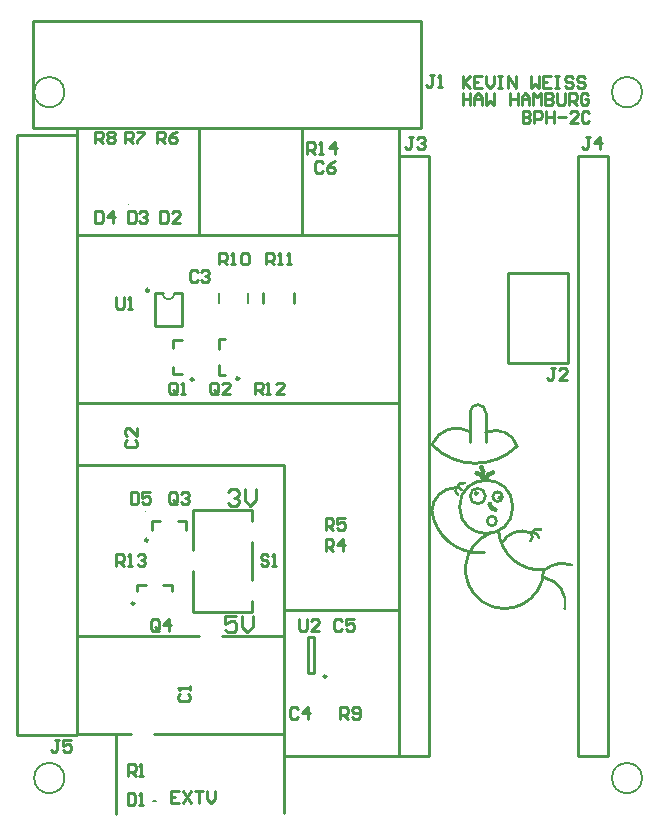
<source format=gto>
G04 Layer_Color=15132400*
%FSLAX25Y25*%
%MOIN*%
G70*
G01*
G75*
%ADD31C,0.01000*%
%ADD39C,0.01500*%
%ADD40C,0.00630*%
%ADD41C,0.00394*%
%ADD42C,0.00984*%
%ADD43C,0.00787*%
%ADD44C,0.00500*%
D31*
X263709Y199916D02*
G03*
X263709Y199916I-1556J0D01*
G01*
X264677Y207816D02*
G03*
X264677Y207816I-224J0D01*
G01*
X265666Y208016D02*
G03*
X265666Y208016I-1612J0D01*
G01*
X257378Y209116D02*
G03*
X257378Y209116I-424J0D01*
G01*
X260009Y208216D02*
G03*
X260009Y208216I-2555J0D01*
G01*
X269127Y204616D02*
G03*
X269127Y204616I-8873J0D01*
G01*
X261713Y195866D02*
G03*
X279398Y183563I4676J-12141D01*
G01*
X288784Y185182D02*
G03*
X279732Y183598I-3118J-8833D01*
G01*
X264370Y196555D02*
G03*
X279732Y183598I14160J1202D01*
G01*
X286516Y170669D02*
G03*
X279724Y181004I-8563J1772D01*
G01*
X242126Y203642D02*
G03*
X259547Y189370I15846J1575D01*
G01*
X250295Y211024D02*
G03*
X242126Y203150I-148J-8022D01*
G01*
X253150Y212500D02*
G03*
X250787Y211516I-689J-1673D01*
G01*
X251969Y210236D02*
G03*
X250295Y211024I-1230J-443D01*
G01*
D02*
G03*
X250787Y208760I1378J-886D01*
G01*
X275197Y195965D02*
G03*
X265503Y192545I-3002J-6939D01*
G01*
X278445Y197047D02*
G03*
X275197Y195965I-1083J-2165D01*
G01*
X277854Y194488D02*
G03*
X275197Y195965I-2067J-591D01*
G01*
X275000Y193307D02*
G03*
X275197Y195965I-1230J1427D01*
G01*
X242323Y225197D02*
G03*
X270571Y224803I14321J13927D01*
G01*
X254781Y229691D02*
G03*
X242323Y225590I-4437J-7496D01*
G01*
X270571Y224803D02*
G03*
X260167Y229374I-7136J-2116D01*
G01*
X260131Y236024D02*
G03*
X254837Y236212I-2650J0D01*
G01*
X147863Y276770D02*
G03*
X147863Y276766I-502J-5D01*
G01*
X196142Y272618D02*
Y275768D01*
X185906Y272618D02*
Y275768D01*
X231102Y295571D02*
Y331004D01*
X124016Y295276D02*
X230709D01*
X198819D02*
Y330709D01*
X259254Y213816D02*
Y216367D01*
X261948Y204321D02*
X262058Y204211D01*
X254823Y226181D02*
Y236220D01*
X260138Y226181D02*
Y236024D01*
X192913Y170276D02*
X231095D01*
X192913Y121437D02*
X231095D01*
X192913D02*
Y170276D01*
X124016Y161417D02*
X164370D01*
X172244D02*
X192913D01*
Y169291D02*
Y218504D01*
X124221D02*
X192913D01*
X149606Y128937D02*
X192913D01*
X124016D02*
X141732D01*
X136811Y102362D02*
Y128937D01*
X124016Y239173D02*
X230709D01*
X164370Y295276D02*
Y330709D01*
X123917Y328642D02*
Y330610D01*
X192876Y102459D02*
Y121357D01*
X241094Y121437D02*
Y321437D01*
X231095Y121437D02*
X241094D01*
X231095D02*
Y321437D01*
X241094D01*
X171288Y248616D02*
X173257D01*
X171288D02*
Y251766D01*
Y260427D02*
X173257D01*
X171288Y257278D02*
Y260427D01*
X155737Y248774D02*
X158946D01*
X155737D02*
Y251372D01*
Y260270D02*
X158946D01*
X155737Y257671D02*
Y260270D01*
X148779Y196791D02*
Y200000D01*
X151378D01*
X160275Y196791D02*
Y200000D01*
X157677D02*
X160275D01*
X162402Y169685D02*
Y182283D01*
Y169685D02*
X182087D01*
Y173228D01*
X162402Y182283D02*
Y183071D01*
Y190157D02*
Y203543D01*
X182087D01*
Y200000D02*
Y203543D01*
Y180315D02*
Y192913D01*
X300957Y121437D02*
Y321437D01*
X290957Y121437D02*
X300957D01*
X290957D02*
Y321437D01*
X300957D01*
X109315Y331008D02*
X238449D01*
X109315Y366441D02*
X238449D01*
X109315Y331008D02*
Y366441D01*
X238449Y331008D02*
Y366441D01*
X103921Y128622D02*
X123921D01*
X103921D02*
Y328622D01*
X123921D01*
Y128622D02*
Y328622D01*
X143701Y176575D02*
Y178543D01*
X146850D01*
X155512Y176575D02*
Y178543D01*
X152362D02*
X155512D01*
X149859Y275770D02*
X152359D01*
X156359D02*
X158859D01*
Y264770D02*
Y275770D01*
X149859Y264770D02*
X158859D01*
X149859D02*
Y275770D01*
X287638Y252657D02*
Y282657D01*
X267638D02*
X287638D01*
X267638Y252657D02*
Y282657D01*
Y252657D02*
X287638D01*
X200825Y149178D02*
Y161383D01*
X202793Y149178D02*
Y161383D01*
X200825D02*
X202793D01*
X200825Y149178D02*
X202793D01*
X186800Y285400D02*
Y289336D01*
X188768D01*
X189424Y288680D01*
Y287368D01*
X188768Y286712D01*
X186800D01*
X188112D02*
X189424Y285400D01*
X190736D02*
X192048D01*
X191392D01*
Y289336D01*
X190736Y288680D01*
X194016Y285400D02*
X195327D01*
X194671D01*
Y289336D01*
X194016Y288680D01*
X117781Y126967D02*
X116469D01*
X117125D01*
Y123688D01*
X116469Y123031D01*
X115813D01*
X115157Y123688D01*
X121717Y126967D02*
X119093D01*
Y124999D01*
X120405Y125655D01*
X121061D01*
X121717Y124999D01*
Y123688D01*
X121061Y123031D01*
X119749D01*
X119093Y123688D01*
X206693Y189961D02*
Y193896D01*
X208661D01*
X209317Y193240D01*
Y191929D01*
X208661Y191272D01*
X206693D01*
X208005D02*
X209317Y189961D01*
X212597D02*
Y193896D01*
X210629Y191929D01*
X213252D01*
X206693Y196850D02*
Y200786D01*
X208661D01*
X209317Y200130D01*
Y198818D01*
X208661Y198162D01*
X206693D01*
X208005D02*
X209317Y196850D01*
X213252Y200786D02*
X210629D01*
Y198818D01*
X211941Y199474D01*
X212597D01*
X213252Y198818D01*
Y197506D01*
X212597Y196850D01*
X211285D01*
X210629Y197506D01*
X200562Y322146D02*
Y326081D01*
X202530D01*
X203186Y325426D01*
Y324113D01*
X202530Y323458D01*
X200562D01*
X201874D02*
X203186Y322146D01*
X204498D02*
X205810D01*
X205154D01*
Y326081D01*
X204498Y325426D01*
X209746Y322146D02*
Y326081D01*
X207778Y324113D01*
X210402D01*
X205970Y319225D02*
X205314Y319881D01*
X204002D01*
X203346Y319225D01*
Y316601D01*
X204002Y315945D01*
X205314D01*
X205970Y316601D01*
X209906Y319881D02*
X208594Y319225D01*
X207282Y317913D01*
Y316601D01*
X207938Y315945D01*
X209250D01*
X209906Y316601D01*
Y317257D01*
X209250Y317913D01*
X207282D01*
X157151Y242782D02*
Y245406D01*
X156495Y246062D01*
X155183D01*
X154528Y245406D01*
Y242782D01*
X155183Y242126D01*
X156495D01*
X155840Y243438D02*
X157151Y242126D01*
X156495D02*
X157151Y242782D01*
X158463Y242126D02*
X159775D01*
X159119D01*
Y246062D01*
X158463Y245406D01*
X170931Y242782D02*
Y245406D01*
X170275Y246062D01*
X168963D01*
X168307Y245406D01*
Y242782D01*
X168963Y242126D01*
X170275D01*
X169619Y243438D02*
X170931Y242126D01*
X170275D02*
X170931Y242782D01*
X174867Y242126D02*
X172243D01*
X174867Y244750D01*
Y245406D01*
X174211Y246062D01*
X172899D01*
X172243Y245406D01*
X157151Y206365D02*
Y208988D01*
X156495Y209644D01*
X155183D01*
X154528Y208988D01*
Y206365D01*
X155183Y205709D01*
X156495D01*
X155840Y207021D02*
X157151Y205709D01*
X156495D02*
X157151Y206365D01*
X158463Y208988D02*
X159119Y209644D01*
X160431D01*
X161087Y208988D01*
Y208332D01*
X160431Y207677D01*
X159775D01*
X160431D01*
X161087Y207021D01*
Y206365D01*
X160431Y205709D01*
X159119D01*
X158463Y206365D01*
X151246Y164042D02*
Y166666D01*
X150590Y167322D01*
X149278D01*
X148622Y166666D01*
Y164042D01*
X149278Y163386D01*
X150590D01*
X149934Y164698D02*
X151246Y163386D01*
X150590D02*
X151246Y164042D01*
X154526Y163386D02*
Y167322D01*
X152558Y165354D01*
X155182D01*
X158138Y142388D02*
X157482Y141732D01*
Y140420D01*
X158138Y139764D01*
X160761D01*
X161417Y140420D01*
Y141732D01*
X160761Y142388D01*
X161417Y143700D02*
Y145011D01*
Y144355D01*
X157482D01*
X158138Y143700D01*
X197506Y137138D02*
X196850Y137794D01*
X195538D01*
X194882Y137138D01*
Y134514D01*
X195538Y133858D01*
X196850D01*
X197506Y134514D01*
X200785Y133858D02*
Y137794D01*
X198818Y135826D01*
X201442D01*
X164041Y282807D02*
X163385Y283463D01*
X162073D01*
X161417Y282807D01*
Y280184D01*
X162073Y279528D01*
X163385D01*
X164041Y280184D01*
X165353Y282807D02*
X166009Y283463D01*
X167321D01*
X167977Y282807D01*
Y282151D01*
X167321Y281495D01*
X166665D01*
X167321D01*
X167977Y280839D01*
Y280184D01*
X167321Y279528D01*
X166009D01*
X165353Y280184D01*
X140421Y227033D02*
X139765Y226377D01*
Y225065D01*
X140421Y224409D01*
X143045D01*
X143701Y225065D01*
Y226377D01*
X143045Y227033D01*
X143701Y230969D02*
Y228345D01*
X141077Y230969D01*
X140421D01*
X139765Y230313D01*
Y229001D01*
X140421Y228345D01*
X129921Y303148D02*
Y299213D01*
X131889D01*
X132545Y299869D01*
Y302492D01*
X131889Y303148D01*
X129921D01*
X135825Y299213D02*
Y303148D01*
X133857Y301181D01*
X136481D01*
X140748Y303148D02*
Y299213D01*
X142716D01*
X143372Y299869D01*
Y302492D01*
X142716Y303148D01*
X140748D01*
X144684Y302492D02*
X145340Y303148D01*
X146652D01*
X147308Y302492D01*
Y301836D01*
X146652Y301181D01*
X145996D01*
X146652D01*
X147308Y300524D01*
Y299869D01*
X146652Y299213D01*
X145340D01*
X144684Y299869D01*
X151575Y303148D02*
Y299213D01*
X153543D01*
X154199Y299869D01*
Y302492D01*
X153543Y303148D01*
X151575D01*
X158134Y299213D02*
X155510D01*
X158134Y301836D01*
Y302492D01*
X157478Y303148D01*
X156167D01*
X155510Y302492D01*
X140700Y109136D02*
Y105200D01*
X142668D01*
X143324Y105856D01*
Y108480D01*
X142668Y109136D01*
X140700D01*
X144636Y105200D02*
X145948D01*
X145292D01*
Y109136D01*
X144636Y108480D01*
X242781Y348424D02*
X241469D01*
X242125D01*
Y345144D01*
X241469Y344488D01*
X240813D01*
X240158Y345144D01*
X244093Y344488D02*
X245405D01*
X244749D01*
Y348424D01*
X244093Y347768D01*
X283136Y250983D02*
X281824D01*
X282480D01*
Y247703D01*
X281824Y247047D01*
X281168D01*
X280512Y247703D01*
X287071Y247047D02*
X284448D01*
X287071Y249671D01*
Y250327D01*
X286415Y250983D01*
X285104D01*
X284448Y250327D01*
X235892Y327755D02*
X234580D01*
X235236D01*
Y324475D01*
X234580Y323819D01*
X233924D01*
X233268Y324475D01*
X237204Y327099D02*
X237859Y327755D01*
X239171D01*
X239827Y327099D01*
Y326443D01*
X239171Y325787D01*
X238515D01*
X239171D01*
X239827Y325131D01*
Y324475D01*
X239171Y323819D01*
X237859D01*
X237204Y324475D01*
X294947Y327755D02*
X293635D01*
X294291D01*
Y324475D01*
X293635Y323819D01*
X292979D01*
X292323Y324475D01*
X298226Y323819D02*
Y327755D01*
X296259Y325787D01*
X298882D01*
X211614Y133858D02*
Y137794D01*
X213582D01*
X214238Y137138D01*
Y135826D01*
X213582Y135170D01*
X211614D01*
X212926D02*
X214238Y133858D01*
X215550Y134514D02*
X216206Y133858D01*
X217518D01*
X218174Y134514D01*
Y137138D01*
X217518Y137794D01*
X216206D01*
X215550Y137138D01*
Y136482D01*
X216206Y135826D01*
X218174D01*
X129921Y325787D02*
Y329723D01*
X131889D01*
X132545Y329067D01*
Y327755D01*
X131889Y327099D01*
X129921D01*
X131233D02*
X132545Y325787D01*
X133857Y329067D02*
X134513Y329723D01*
X135825D01*
X136481Y329067D01*
Y328411D01*
X135825Y327755D01*
X136481Y327099D01*
Y326443D01*
X135825Y325787D01*
X134513D01*
X133857Y326443D01*
Y327099D01*
X134513Y327755D01*
X133857Y328411D01*
Y329067D01*
X134513Y327755D02*
X135825D01*
X139764Y325787D02*
Y329723D01*
X141732D01*
X142388Y329067D01*
Y327755D01*
X141732Y327099D01*
X139764D01*
X141076D02*
X142388Y325787D01*
X143700Y329723D02*
X146323D01*
Y329067D01*
X143700Y326443D01*
Y325787D01*
X150591D02*
Y329723D01*
X152558D01*
X153214Y329067D01*
Y327755D01*
X152558Y327099D01*
X150591D01*
X151902D02*
X153214Y325787D01*
X157150Y329723D02*
X155838Y329067D01*
X154526Y327755D01*
Y326443D01*
X155182Y325787D01*
X156494D01*
X157150Y326443D01*
Y327099D01*
X156494Y327755D01*
X154526D01*
X140742Y114931D02*
Y118867D01*
X142710D01*
X143366Y118211D01*
Y116899D01*
X142710Y116243D01*
X140742D01*
X142054D02*
X143366Y114931D01*
X144677D02*
X145989D01*
X145333D01*
Y118867D01*
X144677Y118211D01*
X187663Y188319D02*
X187007Y188975D01*
X185695D01*
X185039Y188319D01*
Y187663D01*
X185695Y187007D01*
X187007D01*
X187663Y186351D01*
Y185695D01*
X187007Y185039D01*
X185695D01*
X185039Y185695D01*
X188975Y185039D02*
X190287D01*
X189631D01*
Y188975D01*
X188975Y188319D01*
X197835Y167322D02*
Y164042D01*
X198491Y163386D01*
X199802D01*
X200459Y164042D01*
Y167322D01*
X204394Y163386D02*
X201770D01*
X204394Y166010D01*
Y166666D01*
X203738Y167322D01*
X202426D01*
X201770Y166666D01*
X136811Y274605D02*
Y271325D01*
X137467Y270669D01*
X138779D01*
X139435Y271325D01*
Y274605D01*
X140747Y270669D02*
X142059D01*
X141403D01*
Y274605D01*
X140747Y273949D01*
X212269Y166666D02*
X211613Y167322D01*
X210302D01*
X209646Y166666D01*
Y164042D01*
X210302Y163386D01*
X211613D01*
X212269Y164042D01*
X216205Y167322D02*
X213581D01*
Y165354D01*
X214893Y166010D01*
X215549D01*
X216205Y165354D01*
Y164042D01*
X215549Y163386D01*
X214237D01*
X213581Y164042D01*
X141732Y209644D02*
Y205709D01*
X143700D01*
X144356Y206365D01*
Y208988D01*
X143700Y209644D01*
X141732D01*
X148292D02*
X145668D01*
Y207677D01*
X146980Y208332D01*
X147636D01*
X148292Y207677D01*
Y206365D01*
X147636Y205709D01*
X146324D01*
X145668Y206365D01*
X171200Y285400D02*
Y289336D01*
X173168D01*
X173824Y288680D01*
Y287368D01*
X173168Y286712D01*
X171200D01*
X172512D02*
X173824Y285400D01*
X175136D02*
X176448D01*
X175792D01*
Y289336D01*
X175136Y288680D01*
X178416D02*
X179071Y289336D01*
X180383D01*
X181039Y288680D01*
Y286056D01*
X180383Y285400D01*
X179071D01*
X178416Y286056D01*
Y288680D01*
X183071Y242126D02*
Y246062D01*
X185039D01*
X185695Y245406D01*
Y244094D01*
X185039Y243438D01*
X183071D01*
X184383D02*
X185695Y242126D01*
X187007D02*
X188319D01*
X187663D01*
Y246062D01*
X187007Y245406D01*
X192910Y242126D02*
X190286D01*
X192910Y244750D01*
Y245406D01*
X192254Y246062D01*
X190942D01*
X190286Y245406D01*
X136811Y185039D02*
Y188975D01*
X138779D01*
X139435Y188319D01*
Y187007D01*
X138779Y186351D01*
X136811D01*
X138123D02*
X139435Y185039D01*
X140747D02*
X142059D01*
X141403D01*
Y188975D01*
X140747Y188319D01*
X144027D02*
X144683Y188975D01*
X145994D01*
X146650Y188319D01*
Y187663D01*
X145994Y187007D01*
X145338D01*
X145994D01*
X146650Y186351D01*
Y185695D01*
X145994Y185039D01*
X144683D01*
X144027Y185695D01*
X252358Y348136D02*
Y344201D01*
Y345513D01*
X254982Y348136D01*
X253014Y346169D01*
X254982Y344201D01*
X258918Y348136D02*
X256294D01*
Y344201D01*
X258918D01*
X256294Y346169D02*
X257606D01*
X260230Y348136D02*
Y345513D01*
X261542Y344201D01*
X262854Y345513D01*
Y348136D01*
X264165D02*
X265477D01*
X264822D01*
Y344201D01*
X264165D01*
X265477D01*
X267445D02*
Y348136D01*
X270069Y344201D01*
Y348136D01*
X275317D02*
Y344201D01*
X276629Y345513D01*
X277941Y344201D01*
Y348136D01*
X281876D02*
X279253D01*
Y344201D01*
X281876D01*
X279253Y346169D02*
X280564D01*
X283188Y348136D02*
X284500D01*
X283844D01*
Y344201D01*
X283188D01*
X284500D01*
X289092Y347481D02*
X288436Y348136D01*
X287124D01*
X286468Y347481D01*
Y346825D01*
X287124Y346169D01*
X288436D01*
X289092Y345513D01*
Y344857D01*
X288436Y344201D01*
X287124D01*
X286468Y344857D01*
X293028Y347481D02*
X292372Y348136D01*
X291060D01*
X290404Y347481D01*
Y346825D01*
X291060Y346169D01*
X292372D01*
X293028Y345513D01*
Y344857D01*
X292372Y344201D01*
X291060D01*
X290404Y344857D01*
X252358Y342636D02*
Y338701D01*
Y340669D01*
X254982D01*
Y342636D01*
Y338701D01*
X256294D02*
Y341325D01*
X257606Y342636D01*
X258918Y341325D01*
Y338701D01*
Y340669D01*
X256294D01*
X260230Y342636D02*
Y338701D01*
X261542Y340013D01*
X262854Y338701D01*
Y342636D01*
X268101D02*
Y338701D01*
Y340669D01*
X270725D01*
Y342636D01*
Y338701D01*
X272037D02*
Y341325D01*
X273349Y342636D01*
X274661Y341325D01*
Y338701D01*
Y340669D01*
X272037D01*
X275973Y338701D02*
Y342636D01*
X277285Y341325D01*
X278596Y342636D01*
Y338701D01*
X279908Y342636D02*
Y338701D01*
X281876D01*
X282532Y339357D01*
Y340013D01*
X281876Y340669D01*
X279908D01*
X281876D01*
X282532Y341325D01*
Y341981D01*
X281876Y342636D01*
X279908D01*
X283844D02*
Y339357D01*
X284500Y338701D01*
X285812D01*
X286468Y339357D01*
Y342636D01*
X287780Y338701D02*
Y342636D01*
X289748D01*
X290404Y341981D01*
Y340669D01*
X289748Y340013D01*
X287780D01*
X289092D02*
X290404Y338701D01*
X294339Y341981D02*
X293684Y342636D01*
X292372D01*
X291716Y341981D01*
Y339357D01*
X292372Y338701D01*
X293684D01*
X294339Y339357D01*
Y340669D01*
X293028D01*
X272358Y336636D02*
Y332701D01*
X274326D01*
X274982Y333357D01*
Y334013D01*
X274326Y334669D01*
X272358D01*
X274326D01*
X274982Y335325D01*
Y335981D01*
X274326Y336636D01*
X272358D01*
X276294Y332701D02*
Y336636D01*
X278262D01*
X278918Y335981D01*
Y334669D01*
X278262Y334013D01*
X276294D01*
X280230Y336636D02*
Y332701D01*
Y334669D01*
X282854D01*
Y336636D01*
Y332701D01*
X284166Y334669D02*
X286789D01*
X290725Y332701D02*
X288101D01*
X290725Y335325D01*
Y335981D01*
X290069Y336636D01*
X288757D01*
X288101Y335981D01*
X294661D02*
X294005Y336636D01*
X292693D01*
X292037Y335981D01*
Y333357D01*
X292693Y332701D01*
X294005D01*
X294661Y333357D01*
X174213Y209513D02*
X175131Y210431D01*
X176968D01*
X177886Y209513D01*
Y208595D01*
X176968Y207676D01*
X176049D01*
X176968D01*
X177886Y206758D01*
Y205840D01*
X176968Y204921D01*
X175131D01*
X174213Y205840D01*
X179723Y210431D02*
Y206758D01*
X181559Y204921D01*
X183396Y206758D01*
Y210431D01*
X177000Y168305D02*
X173327D01*
Y165550D01*
X175163Y166469D01*
X176082D01*
X177000Y165550D01*
Y163714D01*
X176082Y162795D01*
X174245D01*
X173327Y163714D01*
X178837Y168305D02*
Y164632D01*
X180674Y162795D01*
X182510Y164632D01*
Y168305D01*
X157924Y109836D02*
X155300D01*
Y105900D01*
X157924D01*
X155300Y107868D02*
X156612D01*
X159236Y109836D02*
X161860Y105900D01*
Y109836D02*
X159236Y105900D01*
X163172Y109836D02*
X165795D01*
X164483D01*
Y105900D01*
X167107Y109836D02*
Y107212D01*
X168419Y105900D01*
X169731Y107212D01*
Y109836D01*
D39*
X258688Y215181D02*
G03*
X257156Y215816I-1531J-1531D01*
G01*
X259254Y213816D02*
G03*
X258688Y215181I-1931J0D01*
G01*
X259254Y216367D02*
G03*
X258653Y217816I-2049J0D01*
G01*
X262492Y216016D02*
G03*
X260890Y215352I0J-2266D01*
G01*
D02*
G03*
X260254Y213816I1536J-1536D01*
G01*
X262059Y204211D02*
G03*
X263253Y203716I1195J1195D01*
G01*
X261454Y205516D02*
G03*
X261948Y204321I1690J0D01*
G01*
D40*
X119656Y342848D02*
G03*
X119656Y342848I-5039J0D01*
G01*
X312226D02*
G03*
X312226Y342848I-5039J0D01*
G01*
Y114222D02*
G03*
X312226Y114222I-5039J0D01*
G01*
X119656D02*
G03*
X119656Y114222I-5039J0D01*
G01*
D41*
X151772Y305315D02*
G03*
X151772Y305315I-197J0D01*
G01*
X140945D02*
G03*
X140945Y305315I-197J0D01*
G01*
X130118D02*
G03*
X130118Y305315I-197J0D01*
G01*
X146850Y203150D02*
G03*
X146850Y203150I-197J0D01*
G01*
D42*
X177883Y247435D02*
G03*
X177883Y247435I-492J0D01*
G01*
X162725Y247041D02*
G03*
X162725Y247041I-492J0D01*
G01*
X147539Y193504D02*
G03*
X147539Y193504I-492J0D01*
G01*
X143012Y172441D02*
G03*
X143012Y172441I-492J0D01*
G01*
X207026Y148095D02*
G03*
X207026Y148095I-492J0D01*
G01*
D43*
X154359Y273770D02*
G03*
X156359Y275770I0J2000D01*
G01*
X152359Y275770D02*
G03*
X154359Y273770I2000J0D01*
G01*
X180934Y272435D02*
Y275978D01*
X171091Y272435D02*
Y275978D01*
D44*
X149200Y106700D02*
X150200D01*
M02*

</source>
